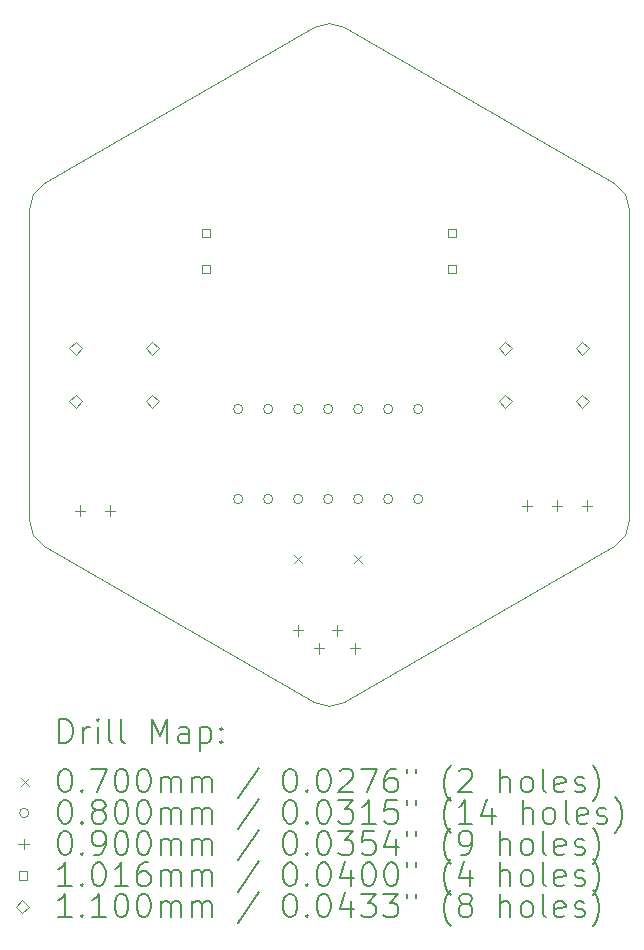
<source format=gbr>
%FSLAX45Y45*%
G04 Gerber Fmt 4.5, Leading zero omitted, Abs format (unit mm)*
G04 Created by KiCad (PCBNEW (6.0.0)) date 2022-03-25 14:07:22*
%MOMM*%
%LPD*%
G01*
G04 APERTURE LIST*
%TA.AperFunction,Profile*%
%ADD10C,0.003904*%
%TD*%
%ADD11C,0.200000*%
%ADD12C,0.070000*%
%ADD13C,0.080000*%
%ADD14C,0.090000*%
%ADD15C,0.101600*%
%ADD16C,0.110000*%
G04 APERTURE END LIST*
D10*
X15100000Y-6100000D02*
X15226580Y-6133917D01*
X14973420Y-11851945D02*
X12687316Y-10532043D01*
X12594653Y-7546454D02*
X12687316Y-7453791D01*
X17512684Y-10532043D02*
X15226580Y-11851945D01*
X17605347Y-7546447D02*
X17639264Y-7673027D01*
X17639264Y-7673027D02*
X17639265Y-10312816D01*
X12594653Y-10439380D02*
X12560736Y-10312800D01*
X15226580Y-11851945D02*
X15100000Y-11885862D01*
X12560736Y-10312800D02*
X12560736Y-7673034D01*
X17512685Y-10532059D02*
X17512684Y-10532043D01*
X17512684Y-7453784D02*
X17605347Y-7546447D01*
X12687316Y-10532043D02*
X12594653Y-10439380D01*
X17639265Y-10312816D02*
X17605348Y-10439396D01*
X15100000Y-11885862D02*
X14973420Y-11851945D01*
X12687316Y-7453791D02*
X14973420Y-6133917D01*
X14973420Y-6133917D02*
X15100000Y-6100000D01*
X12560736Y-7673034D02*
X12594653Y-7546454D01*
X15226580Y-6133917D02*
X17512684Y-7453784D01*
X17605348Y-10439396D02*
X17512685Y-10532059D01*
D11*
D12*
X14801000Y-10603000D02*
X14871000Y-10673000D01*
X14871000Y-10603000D02*
X14801000Y-10673000D01*
X15309000Y-10603000D02*
X15379000Y-10673000D01*
X15379000Y-10603000D02*
X15309000Y-10673000D01*
D13*
X14372000Y-9370000D02*
G75*
G03*
X14372000Y-9370000I-40000J0D01*
G01*
X14372000Y-10132000D02*
G75*
G03*
X14372000Y-10132000I-40000J0D01*
G01*
X14626000Y-9370000D02*
G75*
G03*
X14626000Y-9370000I-40000J0D01*
G01*
X14626000Y-10132000D02*
G75*
G03*
X14626000Y-10132000I-40000J0D01*
G01*
X14880000Y-9370000D02*
G75*
G03*
X14880000Y-9370000I-40000J0D01*
G01*
X14880000Y-10132000D02*
G75*
G03*
X14880000Y-10132000I-40000J0D01*
G01*
X15134000Y-9370000D02*
G75*
G03*
X15134000Y-9370000I-40000J0D01*
G01*
X15134000Y-10132000D02*
G75*
G03*
X15134000Y-10132000I-40000J0D01*
G01*
X15388000Y-9370000D02*
G75*
G03*
X15388000Y-9370000I-40000J0D01*
G01*
X15388000Y-10132000D02*
G75*
G03*
X15388000Y-10132000I-40000J0D01*
G01*
X15642000Y-9370000D02*
G75*
G03*
X15642000Y-9370000I-40000J0D01*
G01*
X15642000Y-10132000D02*
G75*
G03*
X15642000Y-10132000I-40000J0D01*
G01*
X15896000Y-9370000D02*
G75*
G03*
X15896000Y-9370000I-40000J0D01*
G01*
X15896000Y-10132000D02*
G75*
G03*
X15896000Y-10132000I-40000J0D01*
G01*
D14*
X12991000Y-10185000D02*
X12991000Y-10275000D01*
X12946000Y-10230000D02*
X13036000Y-10230000D01*
X13245000Y-10185000D02*
X13245000Y-10275000D01*
X13200000Y-10230000D02*
X13290000Y-10230000D01*
X14839000Y-11199000D02*
X14839000Y-11289000D01*
X14794000Y-11244000D02*
X14884000Y-11244000D01*
X15016800Y-11351400D02*
X15016800Y-11441400D01*
X14971800Y-11396400D02*
X15061800Y-11396400D01*
X15169200Y-11199000D02*
X15169200Y-11289000D01*
X15124200Y-11244000D02*
X15214200Y-11244000D01*
X15321600Y-11351400D02*
X15321600Y-11441400D01*
X15276600Y-11396400D02*
X15366600Y-11396400D01*
X16776000Y-10142500D02*
X16776000Y-10232500D01*
X16731000Y-10187500D02*
X16821000Y-10187500D01*
X17030000Y-10142500D02*
X17030000Y-10232500D01*
X16985000Y-10187500D02*
X17075000Y-10187500D01*
X17284000Y-10142500D02*
X17284000Y-10232500D01*
X17239000Y-10187500D02*
X17329000Y-10187500D01*
D15*
X14094521Y-7913521D02*
X14094521Y-7841679D01*
X14022679Y-7841679D01*
X14022679Y-7913521D01*
X14094521Y-7913521D01*
X14094521Y-8218321D02*
X14094521Y-8146479D01*
X14022679Y-8146479D01*
X14022679Y-8218321D01*
X14094521Y-8218321D01*
X16177321Y-7913521D02*
X16177321Y-7841679D01*
X16105479Y-7841679D01*
X16105479Y-7913521D01*
X16177321Y-7913521D01*
X16177321Y-8218321D02*
X16177321Y-8146479D01*
X16105479Y-8146479D01*
X16105479Y-8218321D01*
X16177321Y-8218321D01*
D16*
X12955000Y-8910000D02*
X13010000Y-8855000D01*
X12955000Y-8800000D01*
X12900000Y-8855000D01*
X12955000Y-8910000D01*
X12955000Y-9360000D02*
X13010000Y-9305000D01*
X12955000Y-9250000D01*
X12900000Y-9305000D01*
X12955000Y-9360000D01*
X13605000Y-8910000D02*
X13660000Y-8855000D01*
X13605000Y-8800000D01*
X13550000Y-8855000D01*
X13605000Y-8910000D01*
X13605000Y-9360000D02*
X13660000Y-9305000D01*
X13605000Y-9250000D01*
X13550000Y-9305000D01*
X13605000Y-9360000D01*
X16595000Y-8910000D02*
X16650000Y-8855000D01*
X16595000Y-8800000D01*
X16540000Y-8855000D01*
X16595000Y-8910000D01*
X16595000Y-9360000D02*
X16650000Y-9305000D01*
X16595000Y-9250000D01*
X16540000Y-9305000D01*
X16595000Y-9360000D01*
X17245000Y-8910000D02*
X17300000Y-8855000D01*
X17245000Y-8800000D01*
X17190000Y-8855000D01*
X17245000Y-8910000D01*
X17245000Y-9360000D02*
X17300000Y-9305000D01*
X17245000Y-9250000D01*
X17190000Y-9305000D01*
X17245000Y-9360000D01*
D11*
X12818160Y-12196534D02*
X12818160Y-11996534D01*
X12865779Y-11996534D01*
X12894351Y-12006058D01*
X12913398Y-12025105D01*
X12922922Y-12044153D01*
X12932446Y-12082248D01*
X12932446Y-12110819D01*
X12922922Y-12148915D01*
X12913398Y-12167962D01*
X12894351Y-12187010D01*
X12865779Y-12196534D01*
X12818160Y-12196534D01*
X13018160Y-12196534D02*
X13018160Y-12063200D01*
X13018160Y-12101296D02*
X13027684Y-12082248D01*
X13037208Y-12072724D01*
X13056255Y-12063200D01*
X13075303Y-12063200D01*
X13141970Y-12196534D02*
X13141970Y-12063200D01*
X13141970Y-11996534D02*
X13132446Y-12006058D01*
X13141970Y-12015581D01*
X13151493Y-12006058D01*
X13141970Y-11996534D01*
X13141970Y-12015581D01*
X13265779Y-12196534D02*
X13246732Y-12187010D01*
X13237208Y-12167962D01*
X13237208Y-11996534D01*
X13370541Y-12196534D02*
X13351493Y-12187010D01*
X13341970Y-12167962D01*
X13341970Y-11996534D01*
X13599113Y-12196534D02*
X13599113Y-11996534D01*
X13665779Y-12139391D01*
X13732446Y-11996534D01*
X13732446Y-12196534D01*
X13913398Y-12196534D02*
X13913398Y-12091772D01*
X13903874Y-12072724D01*
X13884827Y-12063200D01*
X13846732Y-12063200D01*
X13827684Y-12072724D01*
X13913398Y-12187010D02*
X13894351Y-12196534D01*
X13846732Y-12196534D01*
X13827684Y-12187010D01*
X13818160Y-12167962D01*
X13818160Y-12148915D01*
X13827684Y-12129867D01*
X13846732Y-12120343D01*
X13894351Y-12120343D01*
X13913398Y-12110819D01*
X14008636Y-12063200D02*
X14008636Y-12263200D01*
X14008636Y-12072724D02*
X14027684Y-12063200D01*
X14065779Y-12063200D01*
X14084827Y-12072724D01*
X14094351Y-12082248D01*
X14103874Y-12101296D01*
X14103874Y-12158438D01*
X14094351Y-12177486D01*
X14084827Y-12187010D01*
X14065779Y-12196534D01*
X14027684Y-12196534D01*
X14008636Y-12187010D01*
X14189589Y-12177486D02*
X14199113Y-12187010D01*
X14189589Y-12196534D01*
X14180065Y-12187010D01*
X14189589Y-12177486D01*
X14189589Y-12196534D01*
X14189589Y-12072724D02*
X14199113Y-12082248D01*
X14189589Y-12091772D01*
X14180065Y-12082248D01*
X14189589Y-12072724D01*
X14189589Y-12091772D01*
D12*
X12490541Y-12491058D02*
X12560541Y-12561058D01*
X12560541Y-12491058D02*
X12490541Y-12561058D01*
D11*
X12856255Y-12416534D02*
X12875303Y-12416534D01*
X12894351Y-12426058D01*
X12903874Y-12435581D01*
X12913398Y-12454629D01*
X12922922Y-12492724D01*
X12922922Y-12540343D01*
X12913398Y-12578438D01*
X12903874Y-12597486D01*
X12894351Y-12607010D01*
X12875303Y-12616534D01*
X12856255Y-12616534D01*
X12837208Y-12607010D01*
X12827684Y-12597486D01*
X12818160Y-12578438D01*
X12808636Y-12540343D01*
X12808636Y-12492724D01*
X12818160Y-12454629D01*
X12827684Y-12435581D01*
X12837208Y-12426058D01*
X12856255Y-12416534D01*
X13008636Y-12597486D02*
X13018160Y-12607010D01*
X13008636Y-12616534D01*
X12999113Y-12607010D01*
X13008636Y-12597486D01*
X13008636Y-12616534D01*
X13084827Y-12416534D02*
X13218160Y-12416534D01*
X13132446Y-12616534D01*
X13332446Y-12416534D02*
X13351493Y-12416534D01*
X13370541Y-12426058D01*
X13380065Y-12435581D01*
X13389589Y-12454629D01*
X13399113Y-12492724D01*
X13399113Y-12540343D01*
X13389589Y-12578438D01*
X13380065Y-12597486D01*
X13370541Y-12607010D01*
X13351493Y-12616534D01*
X13332446Y-12616534D01*
X13313398Y-12607010D01*
X13303874Y-12597486D01*
X13294351Y-12578438D01*
X13284827Y-12540343D01*
X13284827Y-12492724D01*
X13294351Y-12454629D01*
X13303874Y-12435581D01*
X13313398Y-12426058D01*
X13332446Y-12416534D01*
X13522922Y-12416534D02*
X13541970Y-12416534D01*
X13561017Y-12426058D01*
X13570541Y-12435581D01*
X13580065Y-12454629D01*
X13589589Y-12492724D01*
X13589589Y-12540343D01*
X13580065Y-12578438D01*
X13570541Y-12597486D01*
X13561017Y-12607010D01*
X13541970Y-12616534D01*
X13522922Y-12616534D01*
X13503874Y-12607010D01*
X13494351Y-12597486D01*
X13484827Y-12578438D01*
X13475303Y-12540343D01*
X13475303Y-12492724D01*
X13484827Y-12454629D01*
X13494351Y-12435581D01*
X13503874Y-12426058D01*
X13522922Y-12416534D01*
X13675303Y-12616534D02*
X13675303Y-12483200D01*
X13675303Y-12502248D02*
X13684827Y-12492724D01*
X13703874Y-12483200D01*
X13732446Y-12483200D01*
X13751493Y-12492724D01*
X13761017Y-12511772D01*
X13761017Y-12616534D01*
X13761017Y-12511772D02*
X13770541Y-12492724D01*
X13789589Y-12483200D01*
X13818160Y-12483200D01*
X13837208Y-12492724D01*
X13846732Y-12511772D01*
X13846732Y-12616534D01*
X13941970Y-12616534D02*
X13941970Y-12483200D01*
X13941970Y-12502248D02*
X13951493Y-12492724D01*
X13970541Y-12483200D01*
X13999113Y-12483200D01*
X14018160Y-12492724D01*
X14027684Y-12511772D01*
X14027684Y-12616534D01*
X14027684Y-12511772D02*
X14037208Y-12492724D01*
X14056255Y-12483200D01*
X14084827Y-12483200D01*
X14103874Y-12492724D01*
X14113398Y-12511772D01*
X14113398Y-12616534D01*
X14503874Y-12407010D02*
X14332446Y-12664153D01*
X14761017Y-12416534D02*
X14780065Y-12416534D01*
X14799113Y-12426058D01*
X14808636Y-12435581D01*
X14818160Y-12454629D01*
X14827684Y-12492724D01*
X14827684Y-12540343D01*
X14818160Y-12578438D01*
X14808636Y-12597486D01*
X14799113Y-12607010D01*
X14780065Y-12616534D01*
X14761017Y-12616534D01*
X14741970Y-12607010D01*
X14732446Y-12597486D01*
X14722922Y-12578438D01*
X14713398Y-12540343D01*
X14713398Y-12492724D01*
X14722922Y-12454629D01*
X14732446Y-12435581D01*
X14741970Y-12426058D01*
X14761017Y-12416534D01*
X14913398Y-12597486D02*
X14922922Y-12607010D01*
X14913398Y-12616534D01*
X14903874Y-12607010D01*
X14913398Y-12597486D01*
X14913398Y-12616534D01*
X15046732Y-12416534D02*
X15065779Y-12416534D01*
X15084827Y-12426058D01*
X15094351Y-12435581D01*
X15103874Y-12454629D01*
X15113398Y-12492724D01*
X15113398Y-12540343D01*
X15103874Y-12578438D01*
X15094351Y-12597486D01*
X15084827Y-12607010D01*
X15065779Y-12616534D01*
X15046732Y-12616534D01*
X15027684Y-12607010D01*
X15018160Y-12597486D01*
X15008636Y-12578438D01*
X14999113Y-12540343D01*
X14999113Y-12492724D01*
X15008636Y-12454629D01*
X15018160Y-12435581D01*
X15027684Y-12426058D01*
X15046732Y-12416534D01*
X15189589Y-12435581D02*
X15199113Y-12426058D01*
X15218160Y-12416534D01*
X15265779Y-12416534D01*
X15284827Y-12426058D01*
X15294351Y-12435581D01*
X15303874Y-12454629D01*
X15303874Y-12473677D01*
X15294351Y-12502248D01*
X15180065Y-12616534D01*
X15303874Y-12616534D01*
X15370541Y-12416534D02*
X15503874Y-12416534D01*
X15418160Y-12616534D01*
X15665779Y-12416534D02*
X15627684Y-12416534D01*
X15608636Y-12426058D01*
X15599113Y-12435581D01*
X15580065Y-12464153D01*
X15570541Y-12502248D01*
X15570541Y-12578438D01*
X15580065Y-12597486D01*
X15589589Y-12607010D01*
X15608636Y-12616534D01*
X15646732Y-12616534D01*
X15665779Y-12607010D01*
X15675303Y-12597486D01*
X15684827Y-12578438D01*
X15684827Y-12530819D01*
X15675303Y-12511772D01*
X15665779Y-12502248D01*
X15646732Y-12492724D01*
X15608636Y-12492724D01*
X15589589Y-12502248D01*
X15580065Y-12511772D01*
X15570541Y-12530819D01*
X15761017Y-12416534D02*
X15761017Y-12454629D01*
X15837208Y-12416534D02*
X15837208Y-12454629D01*
X16132446Y-12692724D02*
X16122922Y-12683200D01*
X16103874Y-12654629D01*
X16094351Y-12635581D01*
X16084827Y-12607010D01*
X16075303Y-12559391D01*
X16075303Y-12521296D01*
X16084827Y-12473677D01*
X16094351Y-12445105D01*
X16103874Y-12426058D01*
X16122922Y-12397486D01*
X16132446Y-12387962D01*
X16199113Y-12435581D02*
X16208636Y-12426058D01*
X16227684Y-12416534D01*
X16275303Y-12416534D01*
X16294351Y-12426058D01*
X16303874Y-12435581D01*
X16313398Y-12454629D01*
X16313398Y-12473677D01*
X16303874Y-12502248D01*
X16189589Y-12616534D01*
X16313398Y-12616534D01*
X16551493Y-12616534D02*
X16551493Y-12416534D01*
X16637208Y-12616534D02*
X16637208Y-12511772D01*
X16627684Y-12492724D01*
X16608636Y-12483200D01*
X16580065Y-12483200D01*
X16561017Y-12492724D01*
X16551493Y-12502248D01*
X16761017Y-12616534D02*
X16741970Y-12607010D01*
X16732446Y-12597486D01*
X16722922Y-12578438D01*
X16722922Y-12521296D01*
X16732446Y-12502248D01*
X16741970Y-12492724D01*
X16761017Y-12483200D01*
X16789589Y-12483200D01*
X16808636Y-12492724D01*
X16818160Y-12502248D01*
X16827684Y-12521296D01*
X16827684Y-12578438D01*
X16818160Y-12597486D01*
X16808636Y-12607010D01*
X16789589Y-12616534D01*
X16761017Y-12616534D01*
X16941970Y-12616534D02*
X16922922Y-12607010D01*
X16913398Y-12587962D01*
X16913398Y-12416534D01*
X17094351Y-12607010D02*
X17075303Y-12616534D01*
X17037208Y-12616534D01*
X17018160Y-12607010D01*
X17008636Y-12587962D01*
X17008636Y-12511772D01*
X17018160Y-12492724D01*
X17037208Y-12483200D01*
X17075303Y-12483200D01*
X17094351Y-12492724D01*
X17103875Y-12511772D01*
X17103875Y-12530819D01*
X17008636Y-12549867D01*
X17180065Y-12607010D02*
X17199113Y-12616534D01*
X17237208Y-12616534D01*
X17256255Y-12607010D01*
X17265779Y-12587962D01*
X17265779Y-12578438D01*
X17256255Y-12559391D01*
X17237208Y-12549867D01*
X17208636Y-12549867D01*
X17189589Y-12540343D01*
X17180065Y-12521296D01*
X17180065Y-12511772D01*
X17189589Y-12492724D01*
X17208636Y-12483200D01*
X17237208Y-12483200D01*
X17256255Y-12492724D01*
X17332446Y-12692724D02*
X17341970Y-12683200D01*
X17361017Y-12654629D01*
X17370541Y-12635581D01*
X17380065Y-12607010D01*
X17389589Y-12559391D01*
X17389589Y-12521296D01*
X17380065Y-12473677D01*
X17370541Y-12445105D01*
X17361017Y-12426058D01*
X17341970Y-12397486D01*
X17332446Y-12387962D01*
D13*
X12560541Y-12790058D02*
G75*
G03*
X12560541Y-12790058I-40000J0D01*
G01*
D11*
X12856255Y-12680534D02*
X12875303Y-12680534D01*
X12894351Y-12690058D01*
X12903874Y-12699581D01*
X12913398Y-12718629D01*
X12922922Y-12756724D01*
X12922922Y-12804343D01*
X12913398Y-12842438D01*
X12903874Y-12861486D01*
X12894351Y-12871010D01*
X12875303Y-12880534D01*
X12856255Y-12880534D01*
X12837208Y-12871010D01*
X12827684Y-12861486D01*
X12818160Y-12842438D01*
X12808636Y-12804343D01*
X12808636Y-12756724D01*
X12818160Y-12718629D01*
X12827684Y-12699581D01*
X12837208Y-12690058D01*
X12856255Y-12680534D01*
X13008636Y-12861486D02*
X13018160Y-12871010D01*
X13008636Y-12880534D01*
X12999113Y-12871010D01*
X13008636Y-12861486D01*
X13008636Y-12880534D01*
X13132446Y-12766248D02*
X13113398Y-12756724D01*
X13103874Y-12747200D01*
X13094351Y-12728153D01*
X13094351Y-12718629D01*
X13103874Y-12699581D01*
X13113398Y-12690058D01*
X13132446Y-12680534D01*
X13170541Y-12680534D01*
X13189589Y-12690058D01*
X13199113Y-12699581D01*
X13208636Y-12718629D01*
X13208636Y-12728153D01*
X13199113Y-12747200D01*
X13189589Y-12756724D01*
X13170541Y-12766248D01*
X13132446Y-12766248D01*
X13113398Y-12775772D01*
X13103874Y-12785296D01*
X13094351Y-12804343D01*
X13094351Y-12842438D01*
X13103874Y-12861486D01*
X13113398Y-12871010D01*
X13132446Y-12880534D01*
X13170541Y-12880534D01*
X13189589Y-12871010D01*
X13199113Y-12861486D01*
X13208636Y-12842438D01*
X13208636Y-12804343D01*
X13199113Y-12785296D01*
X13189589Y-12775772D01*
X13170541Y-12766248D01*
X13332446Y-12680534D02*
X13351493Y-12680534D01*
X13370541Y-12690058D01*
X13380065Y-12699581D01*
X13389589Y-12718629D01*
X13399113Y-12756724D01*
X13399113Y-12804343D01*
X13389589Y-12842438D01*
X13380065Y-12861486D01*
X13370541Y-12871010D01*
X13351493Y-12880534D01*
X13332446Y-12880534D01*
X13313398Y-12871010D01*
X13303874Y-12861486D01*
X13294351Y-12842438D01*
X13284827Y-12804343D01*
X13284827Y-12756724D01*
X13294351Y-12718629D01*
X13303874Y-12699581D01*
X13313398Y-12690058D01*
X13332446Y-12680534D01*
X13522922Y-12680534D02*
X13541970Y-12680534D01*
X13561017Y-12690058D01*
X13570541Y-12699581D01*
X13580065Y-12718629D01*
X13589589Y-12756724D01*
X13589589Y-12804343D01*
X13580065Y-12842438D01*
X13570541Y-12861486D01*
X13561017Y-12871010D01*
X13541970Y-12880534D01*
X13522922Y-12880534D01*
X13503874Y-12871010D01*
X13494351Y-12861486D01*
X13484827Y-12842438D01*
X13475303Y-12804343D01*
X13475303Y-12756724D01*
X13484827Y-12718629D01*
X13494351Y-12699581D01*
X13503874Y-12690058D01*
X13522922Y-12680534D01*
X13675303Y-12880534D02*
X13675303Y-12747200D01*
X13675303Y-12766248D02*
X13684827Y-12756724D01*
X13703874Y-12747200D01*
X13732446Y-12747200D01*
X13751493Y-12756724D01*
X13761017Y-12775772D01*
X13761017Y-12880534D01*
X13761017Y-12775772D02*
X13770541Y-12756724D01*
X13789589Y-12747200D01*
X13818160Y-12747200D01*
X13837208Y-12756724D01*
X13846732Y-12775772D01*
X13846732Y-12880534D01*
X13941970Y-12880534D02*
X13941970Y-12747200D01*
X13941970Y-12766248D02*
X13951493Y-12756724D01*
X13970541Y-12747200D01*
X13999113Y-12747200D01*
X14018160Y-12756724D01*
X14027684Y-12775772D01*
X14027684Y-12880534D01*
X14027684Y-12775772D02*
X14037208Y-12756724D01*
X14056255Y-12747200D01*
X14084827Y-12747200D01*
X14103874Y-12756724D01*
X14113398Y-12775772D01*
X14113398Y-12880534D01*
X14503874Y-12671010D02*
X14332446Y-12928153D01*
X14761017Y-12680534D02*
X14780065Y-12680534D01*
X14799113Y-12690058D01*
X14808636Y-12699581D01*
X14818160Y-12718629D01*
X14827684Y-12756724D01*
X14827684Y-12804343D01*
X14818160Y-12842438D01*
X14808636Y-12861486D01*
X14799113Y-12871010D01*
X14780065Y-12880534D01*
X14761017Y-12880534D01*
X14741970Y-12871010D01*
X14732446Y-12861486D01*
X14722922Y-12842438D01*
X14713398Y-12804343D01*
X14713398Y-12756724D01*
X14722922Y-12718629D01*
X14732446Y-12699581D01*
X14741970Y-12690058D01*
X14761017Y-12680534D01*
X14913398Y-12861486D02*
X14922922Y-12871010D01*
X14913398Y-12880534D01*
X14903874Y-12871010D01*
X14913398Y-12861486D01*
X14913398Y-12880534D01*
X15046732Y-12680534D02*
X15065779Y-12680534D01*
X15084827Y-12690058D01*
X15094351Y-12699581D01*
X15103874Y-12718629D01*
X15113398Y-12756724D01*
X15113398Y-12804343D01*
X15103874Y-12842438D01*
X15094351Y-12861486D01*
X15084827Y-12871010D01*
X15065779Y-12880534D01*
X15046732Y-12880534D01*
X15027684Y-12871010D01*
X15018160Y-12861486D01*
X15008636Y-12842438D01*
X14999113Y-12804343D01*
X14999113Y-12756724D01*
X15008636Y-12718629D01*
X15018160Y-12699581D01*
X15027684Y-12690058D01*
X15046732Y-12680534D01*
X15180065Y-12680534D02*
X15303874Y-12680534D01*
X15237208Y-12756724D01*
X15265779Y-12756724D01*
X15284827Y-12766248D01*
X15294351Y-12775772D01*
X15303874Y-12794819D01*
X15303874Y-12842438D01*
X15294351Y-12861486D01*
X15284827Y-12871010D01*
X15265779Y-12880534D01*
X15208636Y-12880534D01*
X15189589Y-12871010D01*
X15180065Y-12861486D01*
X15494351Y-12880534D02*
X15380065Y-12880534D01*
X15437208Y-12880534D02*
X15437208Y-12680534D01*
X15418160Y-12709105D01*
X15399113Y-12728153D01*
X15380065Y-12737677D01*
X15675303Y-12680534D02*
X15580065Y-12680534D01*
X15570541Y-12775772D01*
X15580065Y-12766248D01*
X15599113Y-12756724D01*
X15646732Y-12756724D01*
X15665779Y-12766248D01*
X15675303Y-12775772D01*
X15684827Y-12794819D01*
X15684827Y-12842438D01*
X15675303Y-12861486D01*
X15665779Y-12871010D01*
X15646732Y-12880534D01*
X15599113Y-12880534D01*
X15580065Y-12871010D01*
X15570541Y-12861486D01*
X15761017Y-12680534D02*
X15761017Y-12718629D01*
X15837208Y-12680534D02*
X15837208Y-12718629D01*
X16132446Y-12956724D02*
X16122922Y-12947200D01*
X16103874Y-12918629D01*
X16094351Y-12899581D01*
X16084827Y-12871010D01*
X16075303Y-12823391D01*
X16075303Y-12785296D01*
X16084827Y-12737677D01*
X16094351Y-12709105D01*
X16103874Y-12690058D01*
X16122922Y-12661486D01*
X16132446Y-12651962D01*
X16313398Y-12880534D02*
X16199113Y-12880534D01*
X16256255Y-12880534D02*
X16256255Y-12680534D01*
X16237208Y-12709105D01*
X16218160Y-12728153D01*
X16199113Y-12737677D01*
X16484827Y-12747200D02*
X16484827Y-12880534D01*
X16437208Y-12671010D02*
X16389589Y-12813867D01*
X16513398Y-12813867D01*
X16741970Y-12880534D02*
X16741970Y-12680534D01*
X16827684Y-12880534D02*
X16827684Y-12775772D01*
X16818160Y-12756724D01*
X16799113Y-12747200D01*
X16770541Y-12747200D01*
X16751493Y-12756724D01*
X16741970Y-12766248D01*
X16951494Y-12880534D02*
X16932446Y-12871010D01*
X16922922Y-12861486D01*
X16913398Y-12842438D01*
X16913398Y-12785296D01*
X16922922Y-12766248D01*
X16932446Y-12756724D01*
X16951494Y-12747200D01*
X16980065Y-12747200D01*
X16999113Y-12756724D01*
X17008636Y-12766248D01*
X17018160Y-12785296D01*
X17018160Y-12842438D01*
X17008636Y-12861486D01*
X16999113Y-12871010D01*
X16980065Y-12880534D01*
X16951494Y-12880534D01*
X17132446Y-12880534D02*
X17113398Y-12871010D01*
X17103875Y-12851962D01*
X17103875Y-12680534D01*
X17284827Y-12871010D02*
X17265779Y-12880534D01*
X17227684Y-12880534D01*
X17208636Y-12871010D01*
X17199113Y-12851962D01*
X17199113Y-12775772D01*
X17208636Y-12756724D01*
X17227684Y-12747200D01*
X17265779Y-12747200D01*
X17284827Y-12756724D01*
X17294351Y-12775772D01*
X17294351Y-12794819D01*
X17199113Y-12813867D01*
X17370541Y-12871010D02*
X17389589Y-12880534D01*
X17427684Y-12880534D01*
X17446732Y-12871010D01*
X17456255Y-12851962D01*
X17456255Y-12842438D01*
X17446732Y-12823391D01*
X17427684Y-12813867D01*
X17399113Y-12813867D01*
X17380065Y-12804343D01*
X17370541Y-12785296D01*
X17370541Y-12775772D01*
X17380065Y-12756724D01*
X17399113Y-12747200D01*
X17427684Y-12747200D01*
X17446732Y-12756724D01*
X17522922Y-12956724D02*
X17532446Y-12947200D01*
X17551494Y-12918629D01*
X17561017Y-12899581D01*
X17570541Y-12871010D01*
X17580065Y-12823391D01*
X17580065Y-12785296D01*
X17570541Y-12737677D01*
X17561017Y-12709105D01*
X17551494Y-12690058D01*
X17532446Y-12661486D01*
X17522922Y-12651962D01*
D14*
X12515541Y-13009058D02*
X12515541Y-13099058D01*
X12470541Y-13054058D02*
X12560541Y-13054058D01*
D11*
X12856255Y-12944534D02*
X12875303Y-12944534D01*
X12894351Y-12954058D01*
X12903874Y-12963581D01*
X12913398Y-12982629D01*
X12922922Y-13020724D01*
X12922922Y-13068343D01*
X12913398Y-13106438D01*
X12903874Y-13125486D01*
X12894351Y-13135010D01*
X12875303Y-13144534D01*
X12856255Y-13144534D01*
X12837208Y-13135010D01*
X12827684Y-13125486D01*
X12818160Y-13106438D01*
X12808636Y-13068343D01*
X12808636Y-13020724D01*
X12818160Y-12982629D01*
X12827684Y-12963581D01*
X12837208Y-12954058D01*
X12856255Y-12944534D01*
X13008636Y-13125486D02*
X13018160Y-13135010D01*
X13008636Y-13144534D01*
X12999113Y-13135010D01*
X13008636Y-13125486D01*
X13008636Y-13144534D01*
X13113398Y-13144534D02*
X13151493Y-13144534D01*
X13170541Y-13135010D01*
X13180065Y-13125486D01*
X13199113Y-13096915D01*
X13208636Y-13058819D01*
X13208636Y-12982629D01*
X13199113Y-12963581D01*
X13189589Y-12954058D01*
X13170541Y-12944534D01*
X13132446Y-12944534D01*
X13113398Y-12954058D01*
X13103874Y-12963581D01*
X13094351Y-12982629D01*
X13094351Y-13030248D01*
X13103874Y-13049296D01*
X13113398Y-13058819D01*
X13132446Y-13068343D01*
X13170541Y-13068343D01*
X13189589Y-13058819D01*
X13199113Y-13049296D01*
X13208636Y-13030248D01*
X13332446Y-12944534D02*
X13351493Y-12944534D01*
X13370541Y-12954058D01*
X13380065Y-12963581D01*
X13389589Y-12982629D01*
X13399113Y-13020724D01*
X13399113Y-13068343D01*
X13389589Y-13106438D01*
X13380065Y-13125486D01*
X13370541Y-13135010D01*
X13351493Y-13144534D01*
X13332446Y-13144534D01*
X13313398Y-13135010D01*
X13303874Y-13125486D01*
X13294351Y-13106438D01*
X13284827Y-13068343D01*
X13284827Y-13020724D01*
X13294351Y-12982629D01*
X13303874Y-12963581D01*
X13313398Y-12954058D01*
X13332446Y-12944534D01*
X13522922Y-12944534D02*
X13541970Y-12944534D01*
X13561017Y-12954058D01*
X13570541Y-12963581D01*
X13580065Y-12982629D01*
X13589589Y-13020724D01*
X13589589Y-13068343D01*
X13580065Y-13106438D01*
X13570541Y-13125486D01*
X13561017Y-13135010D01*
X13541970Y-13144534D01*
X13522922Y-13144534D01*
X13503874Y-13135010D01*
X13494351Y-13125486D01*
X13484827Y-13106438D01*
X13475303Y-13068343D01*
X13475303Y-13020724D01*
X13484827Y-12982629D01*
X13494351Y-12963581D01*
X13503874Y-12954058D01*
X13522922Y-12944534D01*
X13675303Y-13144534D02*
X13675303Y-13011200D01*
X13675303Y-13030248D02*
X13684827Y-13020724D01*
X13703874Y-13011200D01*
X13732446Y-13011200D01*
X13751493Y-13020724D01*
X13761017Y-13039772D01*
X13761017Y-13144534D01*
X13761017Y-13039772D02*
X13770541Y-13020724D01*
X13789589Y-13011200D01*
X13818160Y-13011200D01*
X13837208Y-13020724D01*
X13846732Y-13039772D01*
X13846732Y-13144534D01*
X13941970Y-13144534D02*
X13941970Y-13011200D01*
X13941970Y-13030248D02*
X13951493Y-13020724D01*
X13970541Y-13011200D01*
X13999113Y-13011200D01*
X14018160Y-13020724D01*
X14027684Y-13039772D01*
X14027684Y-13144534D01*
X14027684Y-13039772D02*
X14037208Y-13020724D01*
X14056255Y-13011200D01*
X14084827Y-13011200D01*
X14103874Y-13020724D01*
X14113398Y-13039772D01*
X14113398Y-13144534D01*
X14503874Y-12935010D02*
X14332446Y-13192153D01*
X14761017Y-12944534D02*
X14780065Y-12944534D01*
X14799113Y-12954058D01*
X14808636Y-12963581D01*
X14818160Y-12982629D01*
X14827684Y-13020724D01*
X14827684Y-13068343D01*
X14818160Y-13106438D01*
X14808636Y-13125486D01*
X14799113Y-13135010D01*
X14780065Y-13144534D01*
X14761017Y-13144534D01*
X14741970Y-13135010D01*
X14732446Y-13125486D01*
X14722922Y-13106438D01*
X14713398Y-13068343D01*
X14713398Y-13020724D01*
X14722922Y-12982629D01*
X14732446Y-12963581D01*
X14741970Y-12954058D01*
X14761017Y-12944534D01*
X14913398Y-13125486D02*
X14922922Y-13135010D01*
X14913398Y-13144534D01*
X14903874Y-13135010D01*
X14913398Y-13125486D01*
X14913398Y-13144534D01*
X15046732Y-12944534D02*
X15065779Y-12944534D01*
X15084827Y-12954058D01*
X15094351Y-12963581D01*
X15103874Y-12982629D01*
X15113398Y-13020724D01*
X15113398Y-13068343D01*
X15103874Y-13106438D01*
X15094351Y-13125486D01*
X15084827Y-13135010D01*
X15065779Y-13144534D01*
X15046732Y-13144534D01*
X15027684Y-13135010D01*
X15018160Y-13125486D01*
X15008636Y-13106438D01*
X14999113Y-13068343D01*
X14999113Y-13020724D01*
X15008636Y-12982629D01*
X15018160Y-12963581D01*
X15027684Y-12954058D01*
X15046732Y-12944534D01*
X15180065Y-12944534D02*
X15303874Y-12944534D01*
X15237208Y-13020724D01*
X15265779Y-13020724D01*
X15284827Y-13030248D01*
X15294351Y-13039772D01*
X15303874Y-13058819D01*
X15303874Y-13106438D01*
X15294351Y-13125486D01*
X15284827Y-13135010D01*
X15265779Y-13144534D01*
X15208636Y-13144534D01*
X15189589Y-13135010D01*
X15180065Y-13125486D01*
X15484827Y-12944534D02*
X15389589Y-12944534D01*
X15380065Y-13039772D01*
X15389589Y-13030248D01*
X15408636Y-13020724D01*
X15456255Y-13020724D01*
X15475303Y-13030248D01*
X15484827Y-13039772D01*
X15494351Y-13058819D01*
X15494351Y-13106438D01*
X15484827Y-13125486D01*
X15475303Y-13135010D01*
X15456255Y-13144534D01*
X15408636Y-13144534D01*
X15389589Y-13135010D01*
X15380065Y-13125486D01*
X15665779Y-13011200D02*
X15665779Y-13144534D01*
X15618160Y-12935010D02*
X15570541Y-13077867D01*
X15694351Y-13077867D01*
X15761017Y-12944534D02*
X15761017Y-12982629D01*
X15837208Y-12944534D02*
X15837208Y-12982629D01*
X16132446Y-13220724D02*
X16122922Y-13211200D01*
X16103874Y-13182629D01*
X16094351Y-13163581D01*
X16084827Y-13135010D01*
X16075303Y-13087391D01*
X16075303Y-13049296D01*
X16084827Y-13001677D01*
X16094351Y-12973105D01*
X16103874Y-12954058D01*
X16122922Y-12925486D01*
X16132446Y-12915962D01*
X16218160Y-13144534D02*
X16256255Y-13144534D01*
X16275303Y-13135010D01*
X16284827Y-13125486D01*
X16303874Y-13096915D01*
X16313398Y-13058819D01*
X16313398Y-12982629D01*
X16303874Y-12963581D01*
X16294351Y-12954058D01*
X16275303Y-12944534D01*
X16237208Y-12944534D01*
X16218160Y-12954058D01*
X16208636Y-12963581D01*
X16199113Y-12982629D01*
X16199113Y-13030248D01*
X16208636Y-13049296D01*
X16218160Y-13058819D01*
X16237208Y-13068343D01*
X16275303Y-13068343D01*
X16294351Y-13058819D01*
X16303874Y-13049296D01*
X16313398Y-13030248D01*
X16551493Y-13144534D02*
X16551493Y-12944534D01*
X16637208Y-13144534D02*
X16637208Y-13039772D01*
X16627684Y-13020724D01*
X16608636Y-13011200D01*
X16580065Y-13011200D01*
X16561017Y-13020724D01*
X16551493Y-13030248D01*
X16761017Y-13144534D02*
X16741970Y-13135010D01*
X16732446Y-13125486D01*
X16722922Y-13106438D01*
X16722922Y-13049296D01*
X16732446Y-13030248D01*
X16741970Y-13020724D01*
X16761017Y-13011200D01*
X16789589Y-13011200D01*
X16808636Y-13020724D01*
X16818160Y-13030248D01*
X16827684Y-13049296D01*
X16827684Y-13106438D01*
X16818160Y-13125486D01*
X16808636Y-13135010D01*
X16789589Y-13144534D01*
X16761017Y-13144534D01*
X16941970Y-13144534D02*
X16922922Y-13135010D01*
X16913398Y-13115962D01*
X16913398Y-12944534D01*
X17094351Y-13135010D02*
X17075303Y-13144534D01*
X17037208Y-13144534D01*
X17018160Y-13135010D01*
X17008636Y-13115962D01*
X17008636Y-13039772D01*
X17018160Y-13020724D01*
X17037208Y-13011200D01*
X17075303Y-13011200D01*
X17094351Y-13020724D01*
X17103875Y-13039772D01*
X17103875Y-13058819D01*
X17008636Y-13077867D01*
X17180065Y-13135010D02*
X17199113Y-13144534D01*
X17237208Y-13144534D01*
X17256255Y-13135010D01*
X17265779Y-13115962D01*
X17265779Y-13106438D01*
X17256255Y-13087391D01*
X17237208Y-13077867D01*
X17208636Y-13077867D01*
X17189589Y-13068343D01*
X17180065Y-13049296D01*
X17180065Y-13039772D01*
X17189589Y-13020724D01*
X17208636Y-13011200D01*
X17237208Y-13011200D01*
X17256255Y-13020724D01*
X17332446Y-13220724D02*
X17341970Y-13211200D01*
X17361017Y-13182629D01*
X17370541Y-13163581D01*
X17380065Y-13135010D01*
X17389589Y-13087391D01*
X17389589Y-13049296D01*
X17380065Y-13001677D01*
X17370541Y-12973105D01*
X17361017Y-12954058D01*
X17341970Y-12925486D01*
X17332446Y-12915962D01*
D15*
X12545663Y-13353979D02*
X12545663Y-13282136D01*
X12473820Y-13282136D01*
X12473820Y-13353979D01*
X12545663Y-13353979D01*
D11*
X12922922Y-13408534D02*
X12808636Y-13408534D01*
X12865779Y-13408534D02*
X12865779Y-13208534D01*
X12846732Y-13237105D01*
X12827684Y-13256153D01*
X12808636Y-13265677D01*
X13008636Y-13389486D02*
X13018160Y-13399010D01*
X13008636Y-13408534D01*
X12999113Y-13399010D01*
X13008636Y-13389486D01*
X13008636Y-13408534D01*
X13141970Y-13208534D02*
X13161017Y-13208534D01*
X13180065Y-13218058D01*
X13189589Y-13227581D01*
X13199113Y-13246629D01*
X13208636Y-13284724D01*
X13208636Y-13332343D01*
X13199113Y-13370438D01*
X13189589Y-13389486D01*
X13180065Y-13399010D01*
X13161017Y-13408534D01*
X13141970Y-13408534D01*
X13122922Y-13399010D01*
X13113398Y-13389486D01*
X13103874Y-13370438D01*
X13094351Y-13332343D01*
X13094351Y-13284724D01*
X13103874Y-13246629D01*
X13113398Y-13227581D01*
X13122922Y-13218058D01*
X13141970Y-13208534D01*
X13399113Y-13408534D02*
X13284827Y-13408534D01*
X13341970Y-13408534D02*
X13341970Y-13208534D01*
X13322922Y-13237105D01*
X13303874Y-13256153D01*
X13284827Y-13265677D01*
X13570541Y-13208534D02*
X13532446Y-13208534D01*
X13513398Y-13218058D01*
X13503874Y-13227581D01*
X13484827Y-13256153D01*
X13475303Y-13294248D01*
X13475303Y-13370438D01*
X13484827Y-13389486D01*
X13494351Y-13399010D01*
X13513398Y-13408534D01*
X13551493Y-13408534D01*
X13570541Y-13399010D01*
X13580065Y-13389486D01*
X13589589Y-13370438D01*
X13589589Y-13322819D01*
X13580065Y-13303772D01*
X13570541Y-13294248D01*
X13551493Y-13284724D01*
X13513398Y-13284724D01*
X13494351Y-13294248D01*
X13484827Y-13303772D01*
X13475303Y-13322819D01*
X13675303Y-13408534D02*
X13675303Y-13275200D01*
X13675303Y-13294248D02*
X13684827Y-13284724D01*
X13703874Y-13275200D01*
X13732446Y-13275200D01*
X13751493Y-13284724D01*
X13761017Y-13303772D01*
X13761017Y-13408534D01*
X13761017Y-13303772D02*
X13770541Y-13284724D01*
X13789589Y-13275200D01*
X13818160Y-13275200D01*
X13837208Y-13284724D01*
X13846732Y-13303772D01*
X13846732Y-13408534D01*
X13941970Y-13408534D02*
X13941970Y-13275200D01*
X13941970Y-13294248D02*
X13951493Y-13284724D01*
X13970541Y-13275200D01*
X13999113Y-13275200D01*
X14018160Y-13284724D01*
X14027684Y-13303772D01*
X14027684Y-13408534D01*
X14027684Y-13303772D02*
X14037208Y-13284724D01*
X14056255Y-13275200D01*
X14084827Y-13275200D01*
X14103874Y-13284724D01*
X14113398Y-13303772D01*
X14113398Y-13408534D01*
X14503874Y-13199010D02*
X14332446Y-13456153D01*
X14761017Y-13208534D02*
X14780065Y-13208534D01*
X14799113Y-13218058D01*
X14808636Y-13227581D01*
X14818160Y-13246629D01*
X14827684Y-13284724D01*
X14827684Y-13332343D01*
X14818160Y-13370438D01*
X14808636Y-13389486D01*
X14799113Y-13399010D01*
X14780065Y-13408534D01*
X14761017Y-13408534D01*
X14741970Y-13399010D01*
X14732446Y-13389486D01*
X14722922Y-13370438D01*
X14713398Y-13332343D01*
X14713398Y-13284724D01*
X14722922Y-13246629D01*
X14732446Y-13227581D01*
X14741970Y-13218058D01*
X14761017Y-13208534D01*
X14913398Y-13389486D02*
X14922922Y-13399010D01*
X14913398Y-13408534D01*
X14903874Y-13399010D01*
X14913398Y-13389486D01*
X14913398Y-13408534D01*
X15046732Y-13208534D02*
X15065779Y-13208534D01*
X15084827Y-13218058D01*
X15094351Y-13227581D01*
X15103874Y-13246629D01*
X15113398Y-13284724D01*
X15113398Y-13332343D01*
X15103874Y-13370438D01*
X15094351Y-13389486D01*
X15084827Y-13399010D01*
X15065779Y-13408534D01*
X15046732Y-13408534D01*
X15027684Y-13399010D01*
X15018160Y-13389486D01*
X15008636Y-13370438D01*
X14999113Y-13332343D01*
X14999113Y-13284724D01*
X15008636Y-13246629D01*
X15018160Y-13227581D01*
X15027684Y-13218058D01*
X15046732Y-13208534D01*
X15284827Y-13275200D02*
X15284827Y-13408534D01*
X15237208Y-13199010D02*
X15189589Y-13341867D01*
X15313398Y-13341867D01*
X15427684Y-13208534D02*
X15446732Y-13208534D01*
X15465779Y-13218058D01*
X15475303Y-13227581D01*
X15484827Y-13246629D01*
X15494351Y-13284724D01*
X15494351Y-13332343D01*
X15484827Y-13370438D01*
X15475303Y-13389486D01*
X15465779Y-13399010D01*
X15446732Y-13408534D01*
X15427684Y-13408534D01*
X15408636Y-13399010D01*
X15399113Y-13389486D01*
X15389589Y-13370438D01*
X15380065Y-13332343D01*
X15380065Y-13284724D01*
X15389589Y-13246629D01*
X15399113Y-13227581D01*
X15408636Y-13218058D01*
X15427684Y-13208534D01*
X15618160Y-13208534D02*
X15637208Y-13208534D01*
X15656255Y-13218058D01*
X15665779Y-13227581D01*
X15675303Y-13246629D01*
X15684827Y-13284724D01*
X15684827Y-13332343D01*
X15675303Y-13370438D01*
X15665779Y-13389486D01*
X15656255Y-13399010D01*
X15637208Y-13408534D01*
X15618160Y-13408534D01*
X15599113Y-13399010D01*
X15589589Y-13389486D01*
X15580065Y-13370438D01*
X15570541Y-13332343D01*
X15570541Y-13284724D01*
X15580065Y-13246629D01*
X15589589Y-13227581D01*
X15599113Y-13218058D01*
X15618160Y-13208534D01*
X15761017Y-13208534D02*
X15761017Y-13246629D01*
X15837208Y-13208534D02*
X15837208Y-13246629D01*
X16132446Y-13484724D02*
X16122922Y-13475200D01*
X16103874Y-13446629D01*
X16094351Y-13427581D01*
X16084827Y-13399010D01*
X16075303Y-13351391D01*
X16075303Y-13313296D01*
X16084827Y-13265677D01*
X16094351Y-13237105D01*
X16103874Y-13218058D01*
X16122922Y-13189486D01*
X16132446Y-13179962D01*
X16294351Y-13275200D02*
X16294351Y-13408534D01*
X16246732Y-13199010D02*
X16199113Y-13341867D01*
X16322922Y-13341867D01*
X16551493Y-13408534D02*
X16551493Y-13208534D01*
X16637208Y-13408534D02*
X16637208Y-13303772D01*
X16627684Y-13284724D01*
X16608636Y-13275200D01*
X16580065Y-13275200D01*
X16561017Y-13284724D01*
X16551493Y-13294248D01*
X16761017Y-13408534D02*
X16741970Y-13399010D01*
X16732446Y-13389486D01*
X16722922Y-13370438D01*
X16722922Y-13313296D01*
X16732446Y-13294248D01*
X16741970Y-13284724D01*
X16761017Y-13275200D01*
X16789589Y-13275200D01*
X16808636Y-13284724D01*
X16818160Y-13294248D01*
X16827684Y-13313296D01*
X16827684Y-13370438D01*
X16818160Y-13389486D01*
X16808636Y-13399010D01*
X16789589Y-13408534D01*
X16761017Y-13408534D01*
X16941970Y-13408534D02*
X16922922Y-13399010D01*
X16913398Y-13379962D01*
X16913398Y-13208534D01*
X17094351Y-13399010D02*
X17075303Y-13408534D01*
X17037208Y-13408534D01*
X17018160Y-13399010D01*
X17008636Y-13379962D01*
X17008636Y-13303772D01*
X17018160Y-13284724D01*
X17037208Y-13275200D01*
X17075303Y-13275200D01*
X17094351Y-13284724D01*
X17103875Y-13303772D01*
X17103875Y-13322819D01*
X17008636Y-13341867D01*
X17180065Y-13399010D02*
X17199113Y-13408534D01*
X17237208Y-13408534D01*
X17256255Y-13399010D01*
X17265779Y-13379962D01*
X17265779Y-13370438D01*
X17256255Y-13351391D01*
X17237208Y-13341867D01*
X17208636Y-13341867D01*
X17189589Y-13332343D01*
X17180065Y-13313296D01*
X17180065Y-13303772D01*
X17189589Y-13284724D01*
X17208636Y-13275200D01*
X17237208Y-13275200D01*
X17256255Y-13284724D01*
X17332446Y-13484724D02*
X17341970Y-13475200D01*
X17361017Y-13446629D01*
X17370541Y-13427581D01*
X17380065Y-13399010D01*
X17389589Y-13351391D01*
X17389589Y-13313296D01*
X17380065Y-13265677D01*
X17370541Y-13237105D01*
X17361017Y-13218058D01*
X17341970Y-13189486D01*
X17332446Y-13179962D01*
D16*
X12505541Y-13637058D02*
X12560541Y-13582058D01*
X12505541Y-13527058D01*
X12450541Y-13582058D01*
X12505541Y-13637058D01*
D11*
X12922922Y-13672534D02*
X12808636Y-13672534D01*
X12865779Y-13672534D02*
X12865779Y-13472534D01*
X12846732Y-13501105D01*
X12827684Y-13520153D01*
X12808636Y-13529677D01*
X13008636Y-13653486D02*
X13018160Y-13663010D01*
X13008636Y-13672534D01*
X12999113Y-13663010D01*
X13008636Y-13653486D01*
X13008636Y-13672534D01*
X13208636Y-13672534D02*
X13094351Y-13672534D01*
X13151493Y-13672534D02*
X13151493Y-13472534D01*
X13132446Y-13501105D01*
X13113398Y-13520153D01*
X13094351Y-13529677D01*
X13332446Y-13472534D02*
X13351493Y-13472534D01*
X13370541Y-13482058D01*
X13380065Y-13491581D01*
X13389589Y-13510629D01*
X13399113Y-13548724D01*
X13399113Y-13596343D01*
X13389589Y-13634438D01*
X13380065Y-13653486D01*
X13370541Y-13663010D01*
X13351493Y-13672534D01*
X13332446Y-13672534D01*
X13313398Y-13663010D01*
X13303874Y-13653486D01*
X13294351Y-13634438D01*
X13284827Y-13596343D01*
X13284827Y-13548724D01*
X13294351Y-13510629D01*
X13303874Y-13491581D01*
X13313398Y-13482058D01*
X13332446Y-13472534D01*
X13522922Y-13472534D02*
X13541970Y-13472534D01*
X13561017Y-13482058D01*
X13570541Y-13491581D01*
X13580065Y-13510629D01*
X13589589Y-13548724D01*
X13589589Y-13596343D01*
X13580065Y-13634438D01*
X13570541Y-13653486D01*
X13561017Y-13663010D01*
X13541970Y-13672534D01*
X13522922Y-13672534D01*
X13503874Y-13663010D01*
X13494351Y-13653486D01*
X13484827Y-13634438D01*
X13475303Y-13596343D01*
X13475303Y-13548724D01*
X13484827Y-13510629D01*
X13494351Y-13491581D01*
X13503874Y-13482058D01*
X13522922Y-13472534D01*
X13675303Y-13672534D02*
X13675303Y-13539200D01*
X13675303Y-13558248D02*
X13684827Y-13548724D01*
X13703874Y-13539200D01*
X13732446Y-13539200D01*
X13751493Y-13548724D01*
X13761017Y-13567772D01*
X13761017Y-13672534D01*
X13761017Y-13567772D02*
X13770541Y-13548724D01*
X13789589Y-13539200D01*
X13818160Y-13539200D01*
X13837208Y-13548724D01*
X13846732Y-13567772D01*
X13846732Y-13672534D01*
X13941970Y-13672534D02*
X13941970Y-13539200D01*
X13941970Y-13558248D02*
X13951493Y-13548724D01*
X13970541Y-13539200D01*
X13999113Y-13539200D01*
X14018160Y-13548724D01*
X14027684Y-13567772D01*
X14027684Y-13672534D01*
X14027684Y-13567772D02*
X14037208Y-13548724D01*
X14056255Y-13539200D01*
X14084827Y-13539200D01*
X14103874Y-13548724D01*
X14113398Y-13567772D01*
X14113398Y-13672534D01*
X14503874Y-13463010D02*
X14332446Y-13720153D01*
X14761017Y-13472534D02*
X14780065Y-13472534D01*
X14799113Y-13482058D01*
X14808636Y-13491581D01*
X14818160Y-13510629D01*
X14827684Y-13548724D01*
X14827684Y-13596343D01*
X14818160Y-13634438D01*
X14808636Y-13653486D01*
X14799113Y-13663010D01*
X14780065Y-13672534D01*
X14761017Y-13672534D01*
X14741970Y-13663010D01*
X14732446Y-13653486D01*
X14722922Y-13634438D01*
X14713398Y-13596343D01*
X14713398Y-13548724D01*
X14722922Y-13510629D01*
X14732446Y-13491581D01*
X14741970Y-13482058D01*
X14761017Y-13472534D01*
X14913398Y-13653486D02*
X14922922Y-13663010D01*
X14913398Y-13672534D01*
X14903874Y-13663010D01*
X14913398Y-13653486D01*
X14913398Y-13672534D01*
X15046732Y-13472534D02*
X15065779Y-13472534D01*
X15084827Y-13482058D01*
X15094351Y-13491581D01*
X15103874Y-13510629D01*
X15113398Y-13548724D01*
X15113398Y-13596343D01*
X15103874Y-13634438D01*
X15094351Y-13653486D01*
X15084827Y-13663010D01*
X15065779Y-13672534D01*
X15046732Y-13672534D01*
X15027684Y-13663010D01*
X15018160Y-13653486D01*
X15008636Y-13634438D01*
X14999113Y-13596343D01*
X14999113Y-13548724D01*
X15008636Y-13510629D01*
X15018160Y-13491581D01*
X15027684Y-13482058D01*
X15046732Y-13472534D01*
X15284827Y-13539200D02*
X15284827Y-13672534D01*
X15237208Y-13463010D02*
X15189589Y-13605867D01*
X15313398Y-13605867D01*
X15370541Y-13472534D02*
X15494351Y-13472534D01*
X15427684Y-13548724D01*
X15456255Y-13548724D01*
X15475303Y-13558248D01*
X15484827Y-13567772D01*
X15494351Y-13586819D01*
X15494351Y-13634438D01*
X15484827Y-13653486D01*
X15475303Y-13663010D01*
X15456255Y-13672534D01*
X15399113Y-13672534D01*
X15380065Y-13663010D01*
X15370541Y-13653486D01*
X15561017Y-13472534D02*
X15684827Y-13472534D01*
X15618160Y-13548724D01*
X15646732Y-13548724D01*
X15665779Y-13558248D01*
X15675303Y-13567772D01*
X15684827Y-13586819D01*
X15684827Y-13634438D01*
X15675303Y-13653486D01*
X15665779Y-13663010D01*
X15646732Y-13672534D01*
X15589589Y-13672534D01*
X15570541Y-13663010D01*
X15561017Y-13653486D01*
X15761017Y-13472534D02*
X15761017Y-13510629D01*
X15837208Y-13472534D02*
X15837208Y-13510629D01*
X16132446Y-13748724D02*
X16122922Y-13739200D01*
X16103874Y-13710629D01*
X16094351Y-13691581D01*
X16084827Y-13663010D01*
X16075303Y-13615391D01*
X16075303Y-13577296D01*
X16084827Y-13529677D01*
X16094351Y-13501105D01*
X16103874Y-13482058D01*
X16122922Y-13453486D01*
X16132446Y-13443962D01*
X16237208Y-13558248D02*
X16218160Y-13548724D01*
X16208636Y-13539200D01*
X16199113Y-13520153D01*
X16199113Y-13510629D01*
X16208636Y-13491581D01*
X16218160Y-13482058D01*
X16237208Y-13472534D01*
X16275303Y-13472534D01*
X16294351Y-13482058D01*
X16303874Y-13491581D01*
X16313398Y-13510629D01*
X16313398Y-13520153D01*
X16303874Y-13539200D01*
X16294351Y-13548724D01*
X16275303Y-13558248D01*
X16237208Y-13558248D01*
X16218160Y-13567772D01*
X16208636Y-13577296D01*
X16199113Y-13596343D01*
X16199113Y-13634438D01*
X16208636Y-13653486D01*
X16218160Y-13663010D01*
X16237208Y-13672534D01*
X16275303Y-13672534D01*
X16294351Y-13663010D01*
X16303874Y-13653486D01*
X16313398Y-13634438D01*
X16313398Y-13596343D01*
X16303874Y-13577296D01*
X16294351Y-13567772D01*
X16275303Y-13558248D01*
X16551493Y-13672534D02*
X16551493Y-13472534D01*
X16637208Y-13672534D02*
X16637208Y-13567772D01*
X16627684Y-13548724D01*
X16608636Y-13539200D01*
X16580065Y-13539200D01*
X16561017Y-13548724D01*
X16551493Y-13558248D01*
X16761017Y-13672534D02*
X16741970Y-13663010D01*
X16732446Y-13653486D01*
X16722922Y-13634438D01*
X16722922Y-13577296D01*
X16732446Y-13558248D01*
X16741970Y-13548724D01*
X16761017Y-13539200D01*
X16789589Y-13539200D01*
X16808636Y-13548724D01*
X16818160Y-13558248D01*
X16827684Y-13577296D01*
X16827684Y-13634438D01*
X16818160Y-13653486D01*
X16808636Y-13663010D01*
X16789589Y-13672534D01*
X16761017Y-13672534D01*
X16941970Y-13672534D02*
X16922922Y-13663010D01*
X16913398Y-13643962D01*
X16913398Y-13472534D01*
X17094351Y-13663010D02*
X17075303Y-13672534D01*
X17037208Y-13672534D01*
X17018160Y-13663010D01*
X17008636Y-13643962D01*
X17008636Y-13567772D01*
X17018160Y-13548724D01*
X17037208Y-13539200D01*
X17075303Y-13539200D01*
X17094351Y-13548724D01*
X17103875Y-13567772D01*
X17103875Y-13586819D01*
X17008636Y-13605867D01*
X17180065Y-13663010D02*
X17199113Y-13672534D01*
X17237208Y-13672534D01*
X17256255Y-13663010D01*
X17265779Y-13643962D01*
X17265779Y-13634438D01*
X17256255Y-13615391D01*
X17237208Y-13605867D01*
X17208636Y-13605867D01*
X17189589Y-13596343D01*
X17180065Y-13577296D01*
X17180065Y-13567772D01*
X17189589Y-13548724D01*
X17208636Y-13539200D01*
X17237208Y-13539200D01*
X17256255Y-13548724D01*
X17332446Y-13748724D02*
X17341970Y-13739200D01*
X17361017Y-13710629D01*
X17370541Y-13691581D01*
X17380065Y-13663010D01*
X17389589Y-13615391D01*
X17389589Y-13577296D01*
X17380065Y-13529677D01*
X17370541Y-13501105D01*
X17361017Y-13482058D01*
X17341970Y-13453486D01*
X17332446Y-13443962D01*
M02*

</source>
